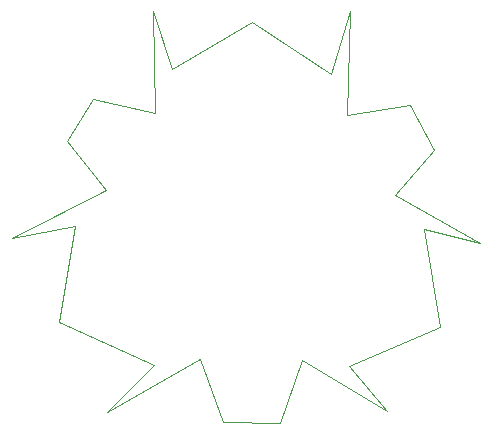
<source format=gbr>
G04 #@! TF.GenerationSoftware,KiCad,Pcbnew,5.1.2*
G04 #@! TF.CreationDate,2019-07-05T19:56:43-05:00*
G04 #@! TF.ProjectId,ZoraSapphire,5a6f7261-5361-4707-9068-6972652e6b69,rev?*
G04 #@! TF.SameCoordinates,Original*
G04 #@! TF.FileFunction,Profile,NP*
%FSLAX46Y46*%
G04 Gerber Fmt 4.6, Leading zero omitted, Abs format (unit mm)*
G04 Created by KiCad (PCBNEW 5.1.2) date 2019-07-05 19:56:43*
%MOMM*%
%LPD*%
G04 APERTURE LIST*
%ADD10C,0.100000*%
G04 APERTURE END LIST*
D10*
X147540597Y-108417354D02*
X149486299Y-113744626D01*
X149486299Y-113744626D02*
X154314138Y-113827866D01*
X154314138Y-113827866D02*
X156197412Y-108521406D01*
X156197412Y-108521406D02*
X163345527Y-112776978D01*
X163345527Y-112776978D02*
X160161650Y-108979217D01*
X160161650Y-108979217D02*
X167871627Y-105732912D01*
X167871627Y-105732912D02*
X166498188Y-97398647D01*
X166498188Y-97398647D02*
X171232383Y-98543178D01*
X171232383Y-98543178D02*
X164084270Y-94547725D01*
X164084270Y-94547725D02*
X167330575Y-90718749D01*
X167330575Y-90718749D02*
X165332849Y-86931393D01*
X165332849Y-86931393D02*
X159974362Y-87732564D01*
X159974362Y-87732564D02*
X160258558Y-78952115D01*
X160258558Y-78952115D02*
X158621735Y-84288565D01*
X158621735Y-84288565D02*
X151921029Y-79856110D01*
X151921029Y-79856110D02*
X145157892Y-83851562D01*
X145157892Y-83851562D02*
X143545144Y-78898866D01*
X143545144Y-78898866D02*
X143711621Y-87566085D01*
X143711621Y-87566085D02*
X138457185Y-86421554D01*
X138457185Y-86421554D02*
X136313791Y-89948790D01*
X136313791Y-89948790D02*
X139539287Y-94131530D01*
X139539287Y-94131530D02*
X131642024Y-98147792D01*
X131642024Y-98147792D02*
X136938080Y-97107310D01*
X136938080Y-97107310D02*
X135616667Y-105264693D01*
X135616667Y-105264693D02*
X143638788Y-108875168D01*
X143638788Y-108875168D02*
X139695359Y-112922645D01*
X139695359Y-112922645D02*
X147540597Y-108417354D01*
X147540597Y-108417354D02*
X147540597Y-108417354D01*
M02*

</source>
